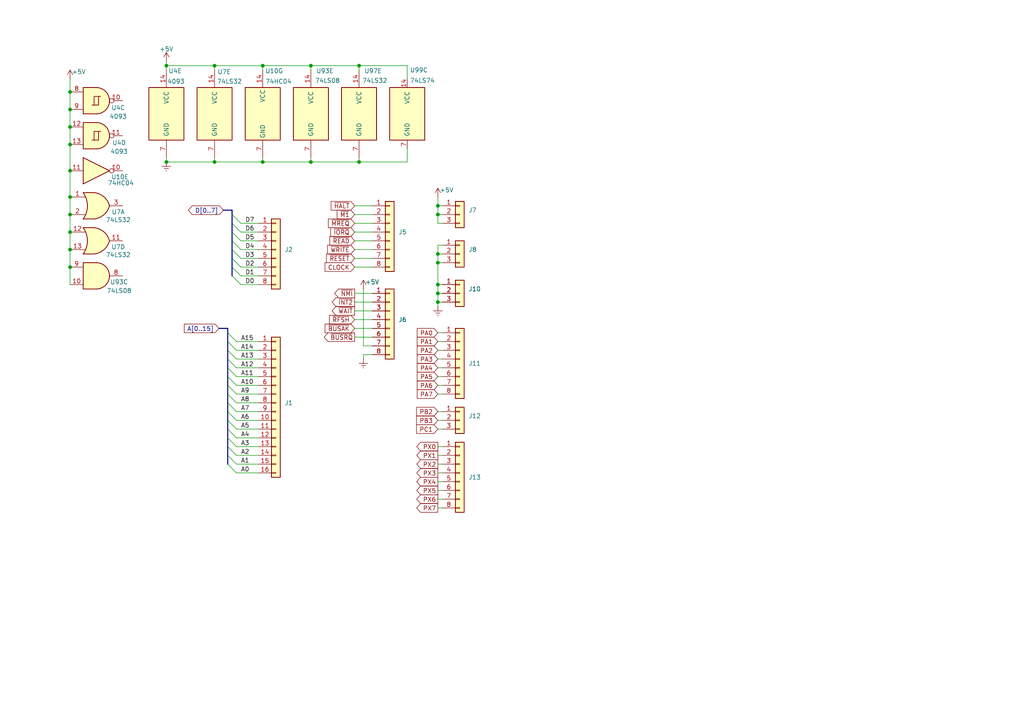
<source format=kicad_sch>
(kicad_sch (version 20250114) (generator "eeschema") (generator_version "9.0")
  (paper "A4")
  (title_block (title "Kraft 80 V2 by ARMCoder") (date "2025-10-08") (rev "2.2") (comment 1 "www.github.com/ARMCoderBR"))
  (lib_symbols
    (symbol "4xxx:HEF4093B" (pin_names (offset 1.016))
      (property "Reference" "U" (at 0 1.27 0))
      (property "Value" "HEF4093B" (at 0 -1.27 0))
      (symbol "HEF4093B_1_0"
        (polyline (pts (xy -1.27 -1.27) (xy 0.635 -1.27) (xy 0.635 1.27) (xy 1.27 1.27)))
        (polyline (pts (xy -1.27 -1.27) (xy 0.635 -1.27) (xy 0.635 1.27) (xy 1.27 1.27)))
        (polyline (pts (xy -0.635 -1.27) (xy -0.635 1.27) (xy 0.635 1.27)))
        (polyline (pts (xy -0.635 -1.27) (xy -0.635 1.27) (xy 0.635 1.27)))
      )
      (symbol "HEF4093B_1_1"
        (arc (start 0 3.81) (mid 3.7934 0) (end 0 -3.81) (stroke (width 0.254)) (fill (type background)))
        (polyline (pts (xy 0 3.81) (xy -3.81 3.81) (xy -3.81 -3.81) (xy 0 -3.81)) (stroke (width 0.254)) (fill (type background)))
        (pin input line (at -7.62 2.54 0) (length 3.81) (name "~") (number "1"))
        (pin input line (at -7.62 -2.54 0) (length 3.81) (name "~") (number "2"))
        (pin output inverted (at 7.62 0 180) (length 3.81) (name "~") (number "3"))
      )
      (symbol "HEF4093B_1_2"
        (arc (start -3.81 3.81) (mid -2.589 0) (end -3.81 -3.81) (stroke (width 0.254)))
        (polyline (pts (xy -3.81 3.81) (xy -0.635 3.81)) (stroke (width 0.254)) (fill (type background)))
        (polyline (pts (xy -3.81 -3.81) (xy -0.635 -3.81)) (stroke (width 0.254)) (fill (type background)))
        (arc (start 3.81 0) (mid 2.1855 -2.584) (end -0.6096 -3.81) (stroke (width 0.254)) (fill (type background)))
        (arc (start -0.6096 3.81) (mid 2.1928 2.5924) (end 3.81 0) (stroke (width 0.254)) (fill (type background)))
        (polyline (pts (xy -0.635 3.81) (xy -3.81 3.81) (xy -3.81 3.81) (xy -3.556 3.4036) (xy -3.0226 2.2606) (xy -2.6924 1.0414) (xy -2.6162 -0.254) (xy -2.7686 -1.4986) (xy -3.175 -2.7178) (xy -3.81 -3.81) (xy -3.81 -3.81) (xy -0.635 -3.81)) (stroke (width -25.4)) (fill (type background)))
        (pin input inverted (at -7.62 2.54 0) (length 4.318) (name "~") (number "1"))
        (pin input inverted (at -7.62 -2.54 0) (length 4.318) (name "~") (number "2"))
        (pin output line (at 7.62 0 180) (length 3.81) (name "~") (number "3"))
      )
      (symbol "HEF4093B_2_0"
        (polyline (pts (xy -1.27 -1.27) (xy 0.635 -1.27) (xy 0.635 1.27) (xy 1.27 1.27)))
        (polyline (pts (xy -1.27 -1.27) (xy 0.635 -1.27) (xy 0.635 1.27) (xy 1.27 1.27)))
        (polyline (pts (xy -0.635 -1.27) (xy -0.635 1.27) (xy 0.635 1.27)))
        (polyline (pts (xy -0.635 -1.27) (xy -0.635 1.27) (xy 0.635 1.27)))
      )
      (symbol "HEF4093B_2_1"
        (arc (start 0 3.81) (mid 3.7934 0) (end 0 -3.81) (stroke (width 0.254)) (fill (type background)))
        (polyline (pts (xy 0 3.81) (xy -3.81 3.81) (xy -3.81 -3.81) (xy 0 -3.81)) (stroke (width 0.254)) (fill (type background)))
        (pin input line (at -7.62 2.54 0) (length 3.81) (name "~") (number "5"))
        (pin input line (at -7.62 -2.54 0) (length 3.81) (name "~") (number "6"))
        (pin output inverted (at 7.62 0 180) (length 3.81) (name "~") (number "4"))
      )
      (symbol "HEF4093B_2_2"
        (arc (start -3.81 3.81) (mid -2.589 0) (end -3.81 -3.81) (stroke (width 0.254)))
        (polyline (pts (xy -3.81 3.81) (xy -0.635 3.81)) (stroke (width 0.254)) (fill (type background)))
        (polyline (pts (xy -3.81 -3.81) (xy -0.635 -3.81)) (stroke (width 0.254)) (fill (type background)))
        (arc (start 3.81 0) (mid 2.1855 -2.584) (end -0.6096 -3.81) (stroke (width 0.254)) (fill (type background)))
        (arc (start -0.6096 3.81) (mid 2.1928 2.5924) (end 3.81 0) (stroke (width 0.254)) (fill (type background)))
        (polyline (pts (xy -0.635 3.81) (xy -3.81 3.81) (xy -3.81 3.81) (xy -3.556 3.4036) (xy -3.0226 2.2606) (xy -2.6924 1.0414) (xy -2.6162 -0.254) (xy -2.7686 -1.4986) (xy -3.175 -2.7178) (xy -3.81 -3.81) (xy -3.81 -3.81) (xy -0.635 -3.81)) (stroke (width -25.4)) (fill (type background)))
        (pin input inverted (at -7.62 2.54 0) (length 4.318) (name "~") (number "5"))
        (pin input inverted (at -7.62 -2.54 0) (length 4.318) (name "~") (number "6"))
        (pin output line (at 7.62 0 180) (length 3.81) (name "~") (number "4"))
      )
      (symbol "HEF4093B_3_0"
        (polyline (pts (xy -1.27 -1.27) (xy 0.635 -1.27) (xy 0.635 1.27) (xy 1.27 1.27)))
        (polyline (pts (xy -1.27 -1.27) (xy 0.635 -1.27) (xy 0.635 1.27) (xy 1.27 1.27)))
        (polyline (pts (xy -0.635 -1.27) (xy -0.635 1.27) (xy 0.635 1.27)))
        (polyline (pts (xy -0.635 -1.27) (xy -0.635 1.27) (xy 0.635 1.27)))
      )
      (symbol "HEF4093B_3_1"
        (arc (start 0 3.81) (mid 3.7934 0) (end 0 -3.81) (stroke (width 0.254)) (fill (type background)))
        (polyline (pts (xy 0 3.81) (xy -3.81 3.81) (xy -3.81 -3.81) (xy 0 -3.81)) (stroke (width 0.254)) (fill (type background)))
        (pin input line (at -7.62 2.54 0) (length 3.81) (name "~") (number "8"))
        (pin input line (at -7.62 -2.54 0) (length 3.81) (name "~") (number "9"))
        (pin output inverted (at 7.62 0 180) (length 3.81) (name "~") (number "10"))
      )
      (symbol "HEF4093B_3_2"
        (arc (start -3.81 3.81) (mid -2.589 0) (end -3.81 -3.81) (stroke (width 0.254)))
        (polyline (pts (xy -3.81 3.81) (xy -0.635 3.81)) (stroke (width 0.254)) (fill (type background)))
        (polyline (pts (xy -3.81 -3.81) (xy -0.635 -3.81)) (stroke (width 0.254)) (fill (type background)))
        (arc (start 3.81 0) (mid 2.1855 -2.584) (end -0.6096 -3.81) (stroke (width 0.254)) (fill (type background)))
        (arc (start -0.6096 3.81) (mid 2.1928 2.5924) (end 3.81 0) (stroke (width 0.254)) (fill (type background)))
        (polyline (pts (xy -0.635 3.81) (xy -3.81 3.81) (xy -3.81 3.81) (xy -3.556 3.4036) (xy -3.0226 2.2606) (xy -2.6924 1.0414) (xy -2.6162 -0.254) (xy -2.7686 -1.4986) (xy -3.175 -2.7178) (xy -3.81 -3.81) (xy -3.81 -3.81) (xy -0.635 -3.81)) (stroke (width -25.4)) (fill (type background)))
        (pin input inverted (at -7.62 2.54 0) (length 4.318) (name "~") (number "8"))
        (pin input inverted (at -7.62 -2.54 0) (length 4.318) (name "~") (number "9"))
        (pin output line (at 7.62 0 180) (length 3.81) (name "~") (number "10"))
      )
      (symbol "HEF4093B_4_0"
        (polyline (pts (xy -1.27 -1.27) (xy 0.635 -1.27) (xy 0.635 1.27) (xy 1.27 1.27)))
        (polyline (pts (xy -1.27 -1.27) (xy 0.635 -1.27) (xy 0.635 1.27) (xy 1.27 1.27)))
        (polyline (pts (xy -0.635 -1.27) (xy -0.635 1.27) (xy 0.635 1.27)))
        (polyline (pts (xy -0.635 -1.27) (xy -0.635 1.27) (xy 0.635 1.27)))
      )
      (symbol "HEF4093B_4_1"
        (arc (start 0 3.81) (mid 3.7934 0) (end 0 -3.81) (stroke (width 0.254)) (fill (type background)))
        (polyline (pts (xy 0 3.81) (xy -3.81 3.81) (xy -3.81 -3.81) (xy 0 -3.81)) (stroke (width 0.254)) (fill (type background)))
        (pin input line (at -7.62 2.54 0) (length 3.81) (name "~") (number "12"))
        (pin input line (at -7.62 -2.54 0) (length 3.81) (name "~") (number "13"))
        (pin output inverted (at 7.62 0 180) (length 3.81) (name "~") (number "11"))
      )
      (symbol "HEF4093B_4_2"
        (arc (start -3.81 3.81) (mid -2.589 0) (end -3.81 -3.81) (stroke (width 0.254)))
        (polyline (pts (xy -3.81 3.81) (xy -0.635 3.81)) (stroke (width 0.254)) (fill (type background)))
        (polyline (pts (xy -3.81 -3.81) (xy -0.635 -3.81)) (stroke (width 0.254)) (fill (type background)))
        (arc (start 3.81 0) (mid 2.1855 -2.584) (end -0.6096 -3.81) (stroke (width 0.254)) (fill (type background)))
        (arc (start -0.6096 3.81) (mid 2.1928 2.5924) (end 3.81 0) (stroke (width 0.254)) (fill (type background)))
        (polyline (pts (xy -0.635 3.81) (xy -3.81 3.81) (xy -3.81 3.81) (xy -3.556 3.4036) (xy -3.0226 2.2606) (xy -2.6924 1.0414) (xy -2.6162 -0.254) (xy -2.7686 -1.4986) (xy -3.175 -2.7178) (xy -3.81 -3.81) (xy -3.81 -3.81) (xy -0.635 -3.81)) (stroke (width -25.4)) (fill (type background)))
        (pin input inverted (at -7.62 2.54 0) (length 4.318) (name "~") (number "12"))
        (pin input inverted (at -7.62 -2.54 0) (length 4.318) (name "~") (number "13"))
        (pin output line (at 7.62 0 180) (length 3.81) (name "~") (number "11"))
      )
      (symbol "HEF4093B_5_0"
        (pin power_in line (at 0 12.7 270) (length 5.08) (name "VCC") (number "14"))
        (pin power_in line (at 0 -12.7 90) (length 5.08) (name "GND") (number "7"))
      )
      (symbol "HEF4093B_5_1"
        (rectangle (start -5.08 7.62) (end 5.08 -7.62) (stroke (width 0.254)) (fill (type background)))
      )
    )
    (symbol "74xx:74HC04"
      (property "Reference" "U" (at 0 1.27 0))
      (property "Value" "74HC04" (at 0 -1.27 0))
      (symbol "74HC04_1_0"
        (polyline (pts (xy -3.81 3.81) (xy -3.81 -3.81) (xy 3.81 0) (xy -3.81 3.81)) (stroke (width 0.254)) (fill (type background)))
        (pin input line (at -7.62 0 0) (length 3.81) (name "~") (number "1"))
        (pin output inverted (at 7.62 0 180) (length 3.81) (name "~") (number "2"))
      )
      (symbol "74HC04_2_0"
        (polyline (pts (xy -3.81 3.81) (xy -3.81 -3.81) (xy 3.81 0) (xy -3.81 3.81)) (stroke (width 0.254)) (fill (type background)))
        (pin input line (at -7.62 0 0) (length 3.81) (name "~") (number "3"))
        (pin output inverted (at 7.62 0 180) (length 3.81) (name "~") (number "4"))
      )
      (symbol "74HC04_3_0"
        (polyline (pts (xy -3.81 3.81) (xy -3.81 -3.81) (xy 3.81 0) (xy -3.81 3.81)) (stroke (width 0.254)) (fill (type background)))
        (pin input line (at -7.62 0 0) (length 3.81) (name "~") (number "5"))
        (pin output inverted (at 7.62 0 180) (length 3.81) (name "~") (number "6"))
      )
      (symbol "74HC04_4_0"
        (polyline (pts (xy -3.81 3.81) (xy -3.81 -3.81) (xy 3.81 0) (xy -3.81 3.81)) (stroke (width 0.254)) (fill (type background)))
        (pin input line (at -7.62 0 0) (length 3.81) (name "~") (number "9"))
        (pin output inverted (at 7.62 0 180) (length 3.81) (name "~") (number "8"))
      )
      (symbol "74HC04_5_0"
        (polyline (pts (xy -3.81 3.81) (xy -3.81 -3.81) (xy 3.81 0) (xy -3.81 3.81)) (stroke (width 0.254)) (fill (type background)))
        (pin input line (at -7.62 0 0) (length 3.81) (name "~") (number "11"))
        (pin output inverted (at 7.62 0 180) (length 3.81) (name "~") (number "10"))
      )
      (symbol "74HC04_6_0"
        (polyline (pts (xy -3.81 3.81) (xy -3.81 -3.81) (xy 3.81 0) (xy -3.81 3.81)) (stroke (width 0.254)) (fill (type background)))
        (pin input line (at -7.62 0 0) (length 3.81) (name "~") (number "13"))
        (pin output inverted (at 7.62 0 180) (length 3.81) (name "~") (number "12"))
      )
      (symbol "74HC04_7_0"
        (pin power_in line (at 0 12.7 270) (length 5.08) (name "VCC") (number "14"))
        (pin power_in line (at 0 -12.7 90) (length 5.08) (name "GND") (number "7"))
      )
      (symbol "74HC04_7_1"
        (rectangle (start -5.08 7.62) (end 5.08 -7.62) (stroke (width 0.254)) (fill (type background)))
      )
    )
    (symbol "74xx:74LS08" (pin_names (offset 1.016))
      (property "Reference" "U" (at 0 1.27 0))
      (property "Value" "74LS08" (at 0 -1.27 0))
      (symbol "74LS08_1_1"
        (arc (start 0 3.81) (mid 3.7934 0) (end 0 -3.81) (stroke (width 0.254)) (fill (type background)))
        (polyline (pts (xy 0 3.81) (xy -3.81 3.81) (xy -3.81 -3.81) (xy 0 -3.81)) (stroke (width 0.254)) (fill (type background)))
        (pin input line (at -7.62 2.54 0) (length 3.81) (name "~") (number "1"))
        (pin input line (at -7.62 -2.54 0) (length 3.81) (name "~") (number "2"))
        (pin output line (at 7.62 0 180) (length 3.81) (name "~") (number "3"))
      )
      (symbol "74LS08_1_2"
        (arc (start -3.81 3.81) (mid -2.589 0) (end -3.81 -3.81) (stroke (width 0.254)))
        (polyline (pts (xy -3.81 3.81) (xy -0.635 3.81)) (stroke (width 0.254)) (fill (type background)))
        (polyline (pts (xy -3.81 -3.81) (xy -0.635 -3.81)) (stroke (width 0.254)) (fill (type background)))
        (arc (start 3.81 0) (mid 2.1855 -2.584) (end -0.6096 -3.81) (stroke (width 0.254)) (fill (type background)))
        (arc (start -0.6096 3.81) (mid 2.1928 2.5924) (end 3.81 0) (stroke (width 0.254)) (fill (type background)))
        (polyline (pts (xy -0.635 3.81) (xy -3.81 3.81) (xy -3.81 3.81) (xy -3.556 3.4036) (xy -3.0226 2.2606) (xy -2.6924 1.0414) (xy -2.6162 -0.254) (xy -2.7686 -1.4986) (xy -3.175 -2.7178) (xy -3.81 -3.81) (xy -3.81 -3.81) (xy -0.635 -3.81)) (stroke (width -25.4)) (fill (type background)))
        (pin input inverted (at -7.62 2.54 0) (length 4.318) (name "~") (number "1"))
        (pin input inverted (at -7.62 -2.54 0) (length 4.318) (name "~") (number "2"))
        (pin output inverted (at 7.62 0 180) (length 3.81) (name "~") (number "3"))
      )
      (symbol "74LS08_2_1"
        (arc (start 0 3.81) (mid 3.7934 0) (end 0 -3.81) (stroke (width 0.254)) (fill (type background)))
        (polyline (pts (xy 0 3.81) (xy -3.81 3.81) (xy -3.81 -3.81) (xy 0 -3.81)) (stroke (width 0.254)) (fill (type background)))
        (pin input line (at -7.62 2.54 0) (length 3.81) (name "~") (number "4"))
        (pin input line (at -7.62 -2.54 0) (length 3.81) (name "~") (number "5"))
        (pin output line (at 7.62 0 180) (length 3.81) (name "~") (number "6"))
      )
      (symbol "74LS08_2_2"
        (arc (start -3.81 3.81) (mid -2.589 0) (end -3.81 -3.81) (stroke (width 0.254)))
        (polyline (pts (xy -3.81 3.81) (xy -0.635 3.81)) (stroke (width 0.254)) (fill (type background)))
        (polyline (pts (xy -3.81 -3.81) (xy -0.635 -3.81)) (stroke (width 0.254)) (fill (type background)))
        (arc (start 3.81 0) (mid 2.1855 -2.584) (end -0.6096 -3.81) (stroke (width 0.254)) (fill (type background)))
        (arc (start -0.6096 3.81) (mid 2.1928 2.5924) (end 3.81 0) (stroke (width 0.254)) (fill (type background)))
        (polyline (pts (xy -0.635 3.81) (xy -3.81 3.81) (xy -3.81 3.81) (xy -3.556 3.4036) (xy -3.0226 2.2606) (xy -2.6924 1.0414) (xy -2.6162 -0.254) (xy -2.7686 -1.4986) (xy -3.175 -2.7178) (xy -3.81 -3.81) (xy -3.81 -3.81) (xy -0.635 -3.81)) (stroke (width -25.4)) (fill (type background)))
        (pin input inverted (at -7.62 2.54 0) (length 4.318) (name "~") (number "4"))
        (pin input inverted (at -7.62 -2.54 0) (length 4.318) (name "~") (number "5"))
        (pin output inverted (at 7.62 0 180) (length 3.81) (name "~") (number "6"))
      )
      (symbol "74LS08_3_1"
        (arc (start 0 3.81) (mid 3.7934 0) (end 0 -3.81) (stroke (width 0.254)) (fill (type background)))
        (polyline (pts (xy 0 3.81) (xy -3.81 3.81) (xy -3.81 -3.81) (xy 0 -3.81)) (stroke (width 0.254)) (fill (type background)))
        (pin input line (at -7.62 2.54 0) (length 3.81) (name "~") (number "9"))
        (pin input line (at -7.62 -2.54 0) (length 3.81) (name "~") (number "10"))
        (pin output line (at 7.62 0 180) (length 3.81) (name "~") (number "8"))
      )
      (symbol "74LS08_3_2"
        (arc (start -3.81 3.81) (mid -2.589 0) (end -3.81 -3.81) (stroke (width 0.254)))
        (polyline (pts (xy -3.81 3.81) (xy -0.635 3.81)) (stroke (width 0.254)) (fill (type background)))
        (polyline (pts (xy -3.81 -3.81) (xy -0.635 -3.81)) (stroke (width 0.254)) (fill (type background)))
        (arc (start 3.81 0) (mid 2.1855 -2.584) (end -0.6096 -3.81) (stroke (width 0.254)) (fill (type background)))
        (arc (start -0.6096 3.81) (mid 2.1928 2.5924) (end 3.81 0) (stroke (width 0.254)) (fill (type background)))
        (polyline (pts (xy -0.635 3.81) (xy -3.81 3.81) (xy -3.81 3.81) (xy -3.556 3.4036) (xy -3.0226 2.2606) (xy -2.6924 1.0414) (xy -2.6162 -0.254) (xy -2.7686 -1.4986) (xy -3.175 -2.7178) (xy -3.81 -3.81) (xy -3.81 -3.81) (xy -0.635 -3.81)) (stroke (width -25.4)) (fill (type background)))
        (pin input inverted (at -7.62 2.54 0) (length 4.318) (name "~") (number "9"))
        (pin input inverted (at -7.62 -2.54 0) (length 4.318) (name "~") (number "10"))
        (pin output inverted (at 7.62 0 180) (length 3.81) (name "~") (number "8"))
      )
      (symbol "74LS08_4_1"
        (arc (start 0 3.81) (mid 3.7934 0) (end 0 -3.81) (stroke (width 0.254)) (fill (type background)))
        (polyline (pts (xy 0 3.81) (xy -3.81 3.81) (xy -3.81 -3.81) (xy 0 -3.81)) (stroke (width 0.254)) (fill (type background)))
        (pin input line (at -7.62 2.54 0) (length 3.81) (name "~") (number "12"))
        (pin input line (at -7.62 -2.54 0) (length 3.81) (name "~") (number "13"))
        (pin output line (at 7.62 0 180) (length 3.81) (name "~") (number "11"))
      )
      (symbol "74LS08_4_2"
        (arc (start -3.81 3.81) (mid -2.589 0) (end -3.81 -3.81) (stroke (width 0.254)))
        (polyline (pts (xy -3.81 3.81) (xy -0.635 3.81)) (stroke (width 0.254)) (fill (type background)))
        (polyline (pts (xy -3.81 -3.81) (xy -0.635 -3.81)) (stroke (width 0.254)) (fill (type background)))
        (arc (start 3.81 0) (mid 2.1855 -2.584) (end -0.6096 -3.81) (stroke (width 0.254)) (fill (type background)))
        (arc (start -0.6096 3.81) (mid 2.1928 2.5924) (end 3.81 0) (stroke (width 0.254)) (fill (type background)))
        (polyline (pts (xy -0.635 3.81) (xy -3.81 3.81) (xy -3.81 3.81) (xy -3.556 3.4036) (xy -3.0226 2.2606) (xy -2.6924 1.0414) (xy -2.6162 -0.254) (xy -2.7686 -1.4986) (xy -3.175 -2.7178) (xy -3.81 -3.81) (xy -3.81 -3.81) (xy -0.635 -3.81)) (stroke (width -25.4)) (fill (type background)))
        (pin input inverted (at -7.62 2.54 0) (length 4.318) (name "~") (number "12"))
        (pin input inverted (at -7.62 -2.54 0) (length 4.318) (name "~") (number "13"))
        (pin output inverted (at 7.62 0 180) (length 3.81) (name "~") (number "11"))
      )
      (symbol "74LS08_5_0"
        (pin power_in line (at 0 12.7 270) (length 5.08) (name "VCC") (number "14"))
        (pin power_in line (at 0 -12.7 90) (length 5.08) (name "GND") (number "7"))
      )
      (symbol "74LS08_5_1"
        (rectangle (start -5.08 7.62) (end 5.08 -7.62) (stroke (width 0.254)) (fill (type background)))
      )
    )
    (symbol "74xx:74LS32" (pin_names (offset 1.016))
      (property "Reference" "U" (at 0 1.27 0))
      (property "Value" "74LS32" (at 0 -1.27 0))
      (symbol "74LS32_1_1"
        (arc (start -3.81 3.81) (mid -2.589 0) (end -3.81 -3.81) (stroke (width 0.254)))
        (polyline (pts (xy -3.81 3.81) (xy -0.635 3.81)) (stroke (width 0.254)) (fill (type background)))
        (polyline (pts (xy -3.81 -3.81) (xy -0.635 -3.81)) (stroke (width 0.254)) (fill (type background)))
        (arc (start 3.81 0) (mid 2.1855 -2.584) (end -0.6096 -3.81) (stroke (width 0.254)) (fill (type background)))
        (arc (start -0.6096 3.81) (mid 2.1928 2.5924) (end 3.81 0) (stroke (width 0.254)) (fill (type background)))
        (polyline (pts (xy -0.635 3.81) (xy -3.81 3.81) (xy -3.81 3.81) (xy -3.556 3.4036) (xy -3.0226 2.2606) (xy -2.6924 1.0414) (xy -2.6162 -0.254) (xy -2.7686 -1.4986) (xy -3.175 -2.7178) (xy -3.81 -3.81) (xy -3.81 -3.81) (xy -0.635 -3.81)) (stroke (width -25.4)) (fill (type background)))
        (pin input line (at -7.62 2.54 0) (length 4.318) (name "~") (number "1"))
        (pin input line (at -7.62 -2.54 0) (length 4.318) (name "~") (number "2"))
        (pin output line (at 7.62 0 180) (length 3.81) (name "~") (number "3"))
      )
      (symbol "74LS32_1_2"
        (arc (start 0 3.81) (mid 3.7934 0) (end 0 -3.81) (stroke (width 0.254)) (fill (type background)))
        (polyline (pts (xy 0 3.81) (xy -3.81 3.81) (xy -3.81 -3.81) (xy 0 -3.81)) (stroke (width 0.254)) (fill (type background)))
        (pin input inverted (at -7.62 2.54 0) (length 3.81) (name "~") (number "1"))
        (pin input inverted (at -7.62 -2.54 0) (length 3.81) (name "~") (number "2"))
        (pin output inverted (at 7.62 0 180) (length 3.81) (name "~") (number "3"))
      )
      (symbol "74LS32_2_1"
        (arc (start -3.81 3.81) (mid -2.589 0) (end -3.81 -3.81) (stroke (width 0.254)))
        (polyline (pts (xy -3.81 3.81) (xy -0.635 3.81)) (stroke (width 0.254)) (fill (type background)))
        (polyline (pts (xy -3.81 -3.81) (xy -0.635 -3.81)) (stroke (width 0.254)) (fill (type background)))
        (arc (start 3.81 0) (mid 2.1855 -2.584) (end -0.6096 -3.81) (stroke (width 0.254)) (fill (type background)))
        (arc (start -0.6096 3.81) (mid 2.1928 2.5924) (end 3.81 0) (stroke (width 0.254)) (fill (type background)))
        (polyline (pts (xy -0.635 3.81) (xy -3.81 3.81) (xy -3.81 3.81) (xy -3.556 3.4036) (xy -3.0226 2.2606) (xy -2.6924 1.0414) (xy -2.6162 -0.254) (xy -2.7686 -1.4986) (xy -3.175 -2.7178) (xy -3.81 -3.81) (xy -3.81 -3.81) (xy -0.635 -3.81)) (stroke (width -25.4)) (fill (type background)))
        (pin input line (at -7.62 2.54 0) (length 4.318) (name "~") (number "4"))
        (pin input line (at -7.62 -2.54 0) (length 4.318) (name "~") (number "5"))
        (pin output line (at 7.62 0 180) (length 3.81) (name "~") (number "6"))
      )
      (symbol "74LS32_2_2"
        (arc (start 0 3.81) (mid 3.7934 0) (end 0 -3.81) (stroke (width 0.254)) (fill (type background)))
        (polyline (pts (xy 0 3.81) (xy -3.81 3.81) (xy -3.81 -3.81) (xy 0 -3.81)) (stroke (width 0.254)) (fill (type background)))
        (pin input inverted (at -7.62 2.54 0) (length 3.81) (name "~") (number "4"))
        (pin input inverted (at -7.62 -2.54 0) (length 3.81) (name "~") (number "5"))
        (pin output inverted (at 7.62 0 180) (length 3.81) (name "~") (number "6"))
      )
      (symbol "74LS32_3_1"
        (arc (start -3.81 3.81) (mid -2.589 0) (end -3.81 -3.81) (stroke (width 0.254)))
        (polyline (pts (xy -3.81 3.81) (xy -0.635 3.81)) (stroke (width 0.254)) (fill (type background)))
        (polyline (pts (xy -3.81 -3.81) (xy -0.635 -3.81)) (stroke (width 0.254)) (fill (type background)))
        (arc (start 3.81 0) (mid 2.1855 -2.584) (end -0.6096 -3.81) (stroke (width 0.254)) (fill (type background)))
        (arc (start -0.6096 3.81) (mid 2.1928 2.5924) (end 3.81 0) (stroke (width 0.254)) (fill (type background)))
        (polyline (pts (xy -0.635 3.81) (xy -3.81 3.81) (xy -3.81 3.81) (xy -3.556 3.4036) (xy -3.0226 2.2606) (xy -2.6924 1.0414) (xy -2.6162 -0.254) (xy -2.7686 -1.4986) (xy -3.175 -2.7178) (xy -3.81 -3.81) (xy -3.81 -3.81) (xy -0.635 -3.81)) (stroke (width -25.4)) (fill (type background)))
        (pin input line (at -7.62 2.54 0) (length 4.318) (name "~") (number "9"))
        (pin input line (at -7.62 -2.54 0) (length 4.318) (name "~") (number "10"))
        (pin output line (at 7.62 0 180) (length 3.81) (name "~") (number "8"))
      )
      (symbol "74LS32_3_2"
        (arc (start 0 3.81) (mid 3.7934 0) (end 0 -3.81) (stroke (width 0.254)) (fill (type background)))
        (polyline (pts (xy 0 3.81) (xy -3.81 3.81) (xy -3.81 -3.81) (xy 0 -3.81)) (stroke (width 0.254)) (fill (type background)))
        (pin input inverted (at -7.62 2.54 0) (length 3.81) (name "~") (number "9"))
        (pin input inverted (at -7.62 -2.54 0) (length 3.81) (name "~") (number "10"))
        (pin output inverted (at 7.62 0 180) (length 3.81) (name "~") (number "8"))
      )
      (symbol "74LS32_4_1"
        (arc (start -3.81 3.81) (mid -2.589 0) (end -3.81 -3.81) (stroke (width 0.254)))
        (polyline (pts (xy -3.81 3.81) (xy -0.635 3.81)) (stroke (width 0.254)) (fill (type background)))
        (polyline (pts (xy -3.81 -3.81) (xy -0.635 -3.81)) (stroke (width 0.254)) (fill (type background)))
        (arc (start 3.81 0) (mid 2.1855 -2.584) (end -0.6096 -3.81) (stroke (width 0.254)) (fill (type background)))
        (arc (start -0.6096 3.81) (mid 2.1928 2.5924) (end 3.81 0) (stroke (width 0.254)) (fill (type background)))
        (polyline (pts (xy -0.635 3.81) (xy -3.81 3.81) (xy -3.81 3.81) (xy -3.556 3.4036) (xy -3.0226 2.2606) (xy -2.6924 1.0414) (xy -2.6162 -0.254) (xy -2.7686 -1.4986) (xy -3.175 -2.7178) (xy -3.81 -3.81) (xy -3.81 -3.81) (xy -0.635 -3.81)) (stroke (width -25.4)) (fill (type background)))
        (pin input line (at -7.62 2.54 0) (length 4.318) (name "~") (number "12"))
        (pin input line (at -7.62 -2.54 0) (length 4.318) (name "~") (number "13"))
        (pin output line (at 7.62 0 180) (length 3.81) (name "~") (number "11"))
      )
      (symbol "74LS32_4_2"
        (arc (start 0 3.81) (mid 3.7934 0) (end 0 -3.81) (stroke (width 0.254)) (fill (type background)))
        (polyline (pts (xy 0 3.81) (xy -3.81 3.81) (xy -3.81 -3.81) (xy 0 -3.81)) (stroke (width 0.254)) (fill (type background)))
        (pin input inverted (at -7.62 2.54 0) (length 3.81) (name "~") (number "12"))
        (pin input inverted (at -7.62 -2.54 0) (length 3.81) (name "~") (number "13"))
        (pin output inverted (at 7.62 0 180) (length 3.81) (name "~") (number "11"))
      )
      (symbol "74LS32_5_0"
        (pin power_in line (at 0 12.7 270) (length 5.08) (name "VCC") (number "14"))
        (pin power_in line (at 0 -12.7 90) (length 5.08) (name "GND") (number "7"))
      )
      (symbol "74LS32_5_1"
        (rectangle (start -5.08 7.62) (end 5.08 -7.62) (stroke (width 0.254)) (fill (type background)))
      )
    )
    (symbol "74xx:74LS74" (pin_names (offset 1.016))
      (property "Reference" "U" (at -7.62 8.89 0))
      (property "Value" "74LS74" (at -7.62 -8.89 0))
      (symbol "74LS74_1_0"
        (pin input line (at -7.62 2.54 0) (length 2.54) (name "D") (number "2"))
        (pin input clock (at -7.62 0 0) (length 2.54) (name "C") (number "3"))
        (pin input line (at 0 7.62 270) (length 2.54) (name "~{S}") (number "4"))
        (pin input line (at 0 -7.62 90) (length 2.54) (name "~{R}") (number "1"))
        (pin output line (at 7.62 2.54 180) (length 2.54) (name "Q") (number "5"))
        (pin output line (at 7.62 -2.54 180) (length 2.54) (name "~{Q}") (number "6"))
      )
      (symbol "74LS74_1_1"
        (rectangle (start -5.08 5.08) (end 5.08 -5.08) (stroke (width 0.254)) (fill (type background)))
      )
      (symbol "74LS74_2_0"
        (pin input line (at -7.62 2.54 0) (length 2.54) (name "D") (number "12"))
        (pin input clock (at -7.62 0 0) (length 2.54) (name "C") (number "11"))
        (pin input line (at 0 7.62 270) (length 2.54) (name "~{S}") (number "10"))
        (pin input line (at 0 -7.62 90) (length 2.54) (name "~{R}") (number "13"))
        (pin output line (at 7.62 2.54 180) (length 2.54) (name "Q") (number "9"))
        (pin output line (at 7.62 -2.54 180) (length 2.54) (name "~{Q}") (number "8"))
      )
      (symbol "74LS74_2_1"
        (rectangle (start -5.08 5.08) (end 5.08 -5.08) (stroke (width 0.254)) (fill (type background)))
      )
      (symbol "74LS74_3_0"
        (pin power_in line (at 0 10.16 270) (length 2.54) (name "VCC") (number "14"))
        (pin power_in line (at 0 -10.16 90) (length 2.54) (name "GND") (number "7"))
      )
      (symbol "74LS74_3_1"
        (rectangle (start -5.08 7.62) (end 5.08 -7.62) (stroke (width 0.254)) (fill (type background)))
      )
    )
    (symbol "Connector_Generic:Conn_01x03" (pin_names (offset 1.016) (hide yes))
      (property "Reference" "J" (at 0 5.08 0))
      (property "Value" "Conn_01x03" (at 0 -5.08 0))
      (symbol "Conn_01x03_1_1"
        (rectangle (start -1.27 3.81) (end 1.27 -3.81) (stroke (width 0.254)) (fill (type background)))
        (rectangle (start -1.27 2.667) (end 0 2.413) (stroke (width 0.1524)))
        (rectangle (start -1.27 0.127) (end 0 -0.127) (stroke (width 0.1524)))
        (rectangle (start -1.27 -2.413) (end 0 -2.667) (stroke (width 0.1524)))
        (pin passive line (at -5.08 2.54 0) (length 3.81) (name "Pin_1") (number "1"))
        (pin passive line (at -5.08 0 0) (length 3.81) (name "Pin_2") (number "2"))
        (pin passive line (at -5.08 -2.54 0) (length 3.81) (name "Pin_3") (number "3"))
      )
    )
    (symbol "Connector_Generic:Conn_01x08" (pin_names (offset 1.016) (hide yes))
      (property "Reference" "J" (at 0 10.16 0))
      (property "Value" "Conn_01x08" (at 0 -12.7 0))
      (symbol "Conn_01x08_1_1"
        (rectangle (start -1.27 8.89) (end 1.27 -11.43) (stroke (width 0.254)) (fill (type background)))
        (rectangle (start -1.27 7.747) (end 0 7.493) (stroke (width 0.1524)))
        (rectangle (start -1.27 5.207) (end 0 4.953) (stroke (width 0.1524)))
        (rectangle (start -1.27 2.667) (end 0 2.413) (stroke (width 0.1524)))
        (rectangle (start -1.27 0.127) (end 0 -0.127) (stroke (width 0.1524)))
        (rectangle (start -1.27 -2.413) (end 0 -2.667) (stroke (width 0.1524)))
        (rectangle (start -1.27 -4.953) (end 0 -5.207) (stroke (width 0.1524)))
        (rectangle (start -1.27 -7.493) (end 0 -7.747) (stroke (width 0.1524)))
        (rectangle (start -1.27 -10.033) (end 0 -10.287) (stroke (width 0.1524)))
        (pin passive line (at -5.08 7.62 0) (length 3.81) (name "Pin_1") (number "1"))
        (pin passive line (at -5.08 5.08 0) (length 3.81) (name "Pin_2") (number "2"))
        (pin passive line (at -5.08 2.54 0) (length 3.81) (name "Pin_3") (number "3"))
        (pin passive line (at -5.08 0 0) (length 3.81) (name "Pin_4") (number "4"))
        (pin passive line (at -5.08 -2.54 0) (length 3.81) (name "Pin_5") (number "5"))
        (pin passive line (at -5.08 -5.08 0) (length 3.81) (name "Pin_6") (number "6"))
        (pin passive line (at -5.08 -7.62 0) (length 3.81) (name "Pin_7") (number "7"))
        (pin passive line (at -5.08 -10.16 0) (length 3.81) (name "Pin_8") (number "8"))
      )
    )
    (symbol "Connector_Generic:Conn_01x16" (pin_names (offset 1.016) (hide yes))
      (property "Reference" "J" (at 0 20.32 0))
      (property "Value" "Conn_01x16" (at 0 -22.86 0))
      (symbol "Conn_01x16_1_1"
        (rectangle (start -1.27 19.05) (end 1.27 -21.59) (stroke (width 0.254)) (fill (type background)))
        (rectangle (start -1.27 17.907) (end 0 17.653) (stroke (width 0.1524)))
        (rectangle (start -1.27 15.367) (end 0 15.113) (stroke (width 0.1524)))
        (rectangle (start -1.27 12.827) (end 0 12.573) (stroke (width 0.1524)))
        (rectangle (start -1.27 10.287) (end 0 10.033) (stroke (width 0.1524)))
        (rectangle (start -1.27 7.747) (end 0 7.493) (stroke (width 0.1524)))
        (rectangle (start -1.27 5.207) (end 0 4.953) (stroke (width 0.1524)))
        (rectangle (start -1.27 2.667) (end 0 2.413) (stroke (width 0.1524)))
        (rectangle (start -1.27 0.127) (end 0 -0.127) (stroke (width 0.1524)))
        (rectangle (start -1.27 -2.413) (end 0 -2.667) (stroke (width 0.1524)))
        (rectangle (start -1.27 -4.953) (end 0 -5.207) (stroke (width 0.1524)))
        (rectangle (start -1.27 -7.493) (end 0 -7.747) (stroke (width 0.1524)))
        (rectangle (start -1.27 -10.033) (end 0 -10.287) (stroke (width 0.1524)))
        (rectangle (start -1.27 -12.573) (end 0 -12.827) (stroke (width 0.1524)))
        (rectangle (start -1.27 -15.113) (end 0 -15.367) (stroke (width 0.1524)))
        (rectangle (start -1.27 -17.653) (end 0 -17.907) (stroke (width 0.1524)))
        (rectangle (start -1.27 -20.193) (end 0 -20.447) (stroke (width 0.1524)))
        (pin passive line (at -5.08 17.78 0) (length 3.81) (name "Pin_1") (number "1"))
        (pin passive line (at -5.08 15.24 0) (length 3.81) (name "Pin_2") (number "2"))
        (pin passive line (at -5.08 12.7 0) (length 3.81) (name "Pin_3") (number "3"))
        (pin passive line (at -5.08 10.16 0) (length 3.81) (name "Pin_4") (number "4"))
        (pin passive line (at -5.08 7.62 0) (length 3.81) (name "Pin_5") (number "5"))
        (pin passive line (at -5.08 5.08 0) (length 3.81) (name "Pin_6") (number "6"))
        (pin passive line (at -5.08 2.54 0) (length 3.81) (name "Pin_7") (number "7"))
        (pin passive line (at -5.08 0 0) (length 3.81) (name "Pin_8") (number "8"))
        (pin passive line (at -5.08 -2.54 0) (length 3.81) (name "Pin_9") (number "9"))
        (pin passive line (at -5.08 -5.08 0) (length 3.81) (name "Pin_10") (number "10"))
        (pin passive line (at -5.08 -7.62 0) (length 3.81) (name "Pin_11") (number "11"))
        (pin passive line (at -5.08 -10.16 0) (length 3.81) (name "Pin_12") (number "12"))
        (pin passive line (at -5.08 -12.7 0) (length 3.81) (name "Pin_13") (number "13"))
        (pin passive line (at -5.08 -15.24 0) (length 3.81) (name "Pin_14") (number "14"))
        (pin passive line (at -5.08 -17.78 0) (length 3.81) (name "Pin_15") (number "15"))
        (pin passive line (at -5.08 -20.32 0) (length 3.81) (name "Pin_16") (number "16"))
      )
    )
    (symbol "power:+5V" (power) (pin_numbers (hide yes)) (pin_names (offset 0) (hide yes))
      (property "Value" "+5V" (at 0 3.556 0))
      (symbol "+5V_0_1"
        (polyline (pts (xy -0.762 1.27) (xy 0 2.54)))
        (polyline (pts (xy 0 2.54) (xy 0.762 1.27)))
        (polyline (pts (xy 0 0) (xy 0 2.54)))
      )
      (symbol "+5V_1_1"
        (pin power_in line (at 0 0 90) (length 0) (name "~") (number "1"))
      )
    )
    (symbol "power:GNDREF" (power) (pin_numbers (hide yes)) (pin_names (offset 0) (hide yes))
      (property "Value" "GNDREF" (at 0 -3.81 0))
      (symbol "GNDREF_0_1"
        (polyline (pts (xy -0.635 -1.905) (xy 0.635 -1.905)))
        (polyline (pts (xy -0.127 -2.54) (xy 0.127 -2.54)))
        (polyline (pts (xy 0 -1.27) (xy 0 0)))
        (polyline (pts (xy 1.27 -1.27) (xy -1.27 -1.27)))
      )
      (symbol "GNDREF_1_1"
        (pin power_in line (at 0 0 270) (length 0) (name "~") (number "1"))
      )
    )
  )
  (junction (at 104.14 19.05))
  (junction (at 20.32 26.67))
  (junction (at 20.32 41.91))
  (junction (at 20.32 62.23))
  (junction (at 62.23 19.05))
  (junction (at 62.23 46.99))
  (junction (at 90.17 46.99))
  (junction (at 76.2 46.99))
  (junction (at 48.26 19.05))
  (junction (at 20.32 57.15))
  (junction (at 20.32 49.53))
  (junction (at 20.32 77.47))
  (junction (at 127 85.09))
  (junction (at 104.14 46.99))
  (junction (at 90.17 19.05))
  (junction (at 20.32 36.83))
  (junction (at 127 87.63))
  (junction (at 20.32 31.75))
  (junction (at 20.32 67.31))
  (junction (at 76.2 19.05))
  (junction (at 48.26 46.99))
  (junction (at 127 76.2))
  (junction (at 127 59.69))
  (junction (at 127 62.23))
  (junction (at 20.32 72.39))
  (junction (at 127 82.55))
  (junction (at 127 73.66))
  (bus_entry (at 66.04 104.14) (size 2.54 2.54))
  (bus_entry (at 66.04 114.3) (size 2.54 2.54))
  (bus_entry (at 66.04 127) (size 2.54 2.54))
  (bus_entry (at 66.04 101.6) (size 2.54 2.54))
  (bus_entry (at 69.85 67.31) (size -2.54 -2.54))
  (bus_entry (at 66.04 119.38) (size 2.54 2.54))
  (bus_entry (at 69.85 77.47) (size -2.54 -2.54))
  (bus_entry (at 66.04 96.52) (size 2.54 2.54))
  (bus_entry (at 66.04 116.84) (size 2.54 2.54))
  (bus_entry (at 69.85 82.55) (size -2.54 -2.54))
  (bus_entry (at 66.04 132.08) (size 2.54 2.54))
  (bus_entry (at 66.04 124.46) (size 2.54 2.54))
  (bus_entry (at 69.85 69.85) (size -2.54 -2.54))
  (bus_entry (at 69.85 72.39) (size -2.54 -2.54))
  (bus_entry (at 69.85 64.77) (size -2.54 -2.54))
  (bus_entry (at 66.04 134.62) (size 2.54 2.54))
  (bus_entry (at 66.04 109.22) (size 2.54 2.54))
  (bus_entry (at 69.85 80.01) (size -2.54 -2.54))
  (bus_entry (at 66.04 129.54) (size 2.54 2.54))
  (bus_entry (at 66.04 106.68) (size 2.54 2.54))
  (bus_entry (at 66.04 111.76) (size 2.54 2.54))
  (bus_entry (at 69.85 74.93) (size -2.54 -2.54))
  (bus_entry (at 66.04 99.06) (size 2.54 2.54))
  (bus_entry (at 66.04 121.92) (size 2.54 2.54))
  (wire (pts (xy 127 106.68) (xy 128.27 106.68)))
  (wire (pts (xy 76.2 45.72) (xy 76.2 46.99)))
  (wire (pts (xy 68.58 119.38) (xy 74.93 119.38)))
  (wire (pts (xy 102.87 87.63) (xy 107.95 87.63)))
  (wire (pts (xy 102.87 59.69) (xy 107.95 59.69)))
  (wire (pts (xy 127 124.46) (xy 128.27 124.46)))
  (wire (pts (xy 69.85 77.47) (xy 74.93 77.47)))
  (wire (pts (xy 68.58 104.14) (xy 74.93 104.14)))
  (wire (pts (xy 127 144.78) (xy 128.27 144.78)))
  (wire (pts (xy 127 99.06) (xy 128.27 99.06)))
  (wire (pts (xy 20.32 36.83) (xy 20.32 41.91)))
  (wire (pts (xy 127 104.14) (xy 128.27 104.14)))
  (bus (pts (xy 67.31 67.31) (xy 67.31 64.77)))
  (wire (pts (xy 90.17 46.99) (xy 90.17 45.72)))
  (wire (pts (xy 128.27 64.77) (xy 127 64.77)))
  (wire (pts (xy 127 87.63) (xy 128.27 87.63)))
  (wire (pts (xy 48.26 45.72) (xy 48.26 46.99)))
  (wire (pts (xy 127 121.92) (xy 128.27 121.92)))
  (wire (pts (xy 69.85 82.55) (xy 74.93 82.55)))
  (bus (pts (xy 67.31 74.93) (xy 67.31 72.39)))
  (wire (pts (xy 20.32 49.53) (xy 20.32 57.15)))
  (wire (pts (xy 127 59.69) (xy 128.27 59.69)))
  (wire (pts (xy 127 132.08) (xy 128.27 132.08)))
  (bus (pts (xy 66.04 106.68) (xy 66.04 104.14)))
  (wire (pts (xy 102.87 92.71) (xy 107.95 92.71)))
  (wire (pts (xy 128.27 71.12) (xy 127 71.12)))
  (wire (pts (xy 20.32 67.31) (xy 20.32 72.39)))
  (bus (pts (xy 66.04 127) (xy 66.04 124.46)))
  (wire (pts (xy 76.2 19.05) (xy 76.2 20.32)))
  (wire (pts (xy 102.87 74.93) (xy 107.95 74.93)))
  (wire (pts (xy 20.32 77.47) (xy 20.32 82.55)))
  (wire (pts (xy 104.14 46.99) (xy 104.14 45.72)))
  (wire (pts (xy 107.95 102.87) (xy 105.41 102.87)))
  (wire (pts (xy 62.23 19.05) (xy 76.2 19.05)))
  (wire (pts (xy 127 109.22) (xy 128.27 109.22)))
  (bus (pts (xy 66.04 101.6) (xy 66.04 99.06)))
  (wire (pts (xy 127 71.12) (xy 127 73.66)))
  (wire (pts (xy 20.32 72.39) (xy 20.32 77.47)))
  (bus (pts (xy 66.04 129.54) (xy 66.04 127)))
  (wire (pts (xy 68.58 132.08) (xy 74.93 132.08)))
  (wire (pts (xy 20.32 41.91) (xy 20.32 49.53)))
  (wire (pts (xy 127 139.7) (xy 128.27 139.7)))
  (bus (pts (xy 66.04 114.3) (xy 66.04 111.76)))
  (wire (pts (xy 20.32 22.86) (xy 20.32 26.67)))
  (wire (pts (xy 90.17 19.05) (xy 104.14 19.05)))
  (wire (pts (xy 127 57.15) (xy 127 59.69)))
  (wire (pts (xy 102.87 77.47) (xy 107.95 77.47)))
  (wire (pts (xy 127 59.69) (xy 127 62.23)))
  (bus (pts (xy 66.04 121.92) (xy 66.04 119.38)))
  (bus (pts (xy 66.04 134.62) (xy 66.04 132.08)))
  (wire (pts (xy 102.87 90.17) (xy 107.95 90.17)))
  (wire (pts (xy 102.87 69.85) (xy 107.95 69.85)))
  (bus (pts (xy 67.31 62.23) (xy 67.31 60.96)))
  (bus (pts (xy 66.04 96.52) (xy 66.04 95.25)))
  (wire (pts (xy 127 147.32) (xy 128.27 147.32)))
  (wire (pts (xy 102.87 85.09) (xy 107.95 85.09)))
  (wire (pts (xy 127 119.38) (xy 128.27 119.38)))
  (wire (pts (xy 68.58 137.16) (xy 74.93 137.16)))
  (bus (pts (xy 67.31 69.85) (xy 67.31 67.31)))
  (bus (pts (xy 66.04 99.06) (xy 66.04 96.52)))
  (wire (pts (xy 62.23 46.99) (xy 76.2 46.99)))
  (wire (pts (xy 68.58 127) (xy 74.93 127)))
  (wire (pts (xy 127 134.62) (xy 128.27 134.62)))
  (bus (pts (xy 67.31 64.77) (xy 67.31 62.23)))
  (wire (pts (xy 20.32 26.67) (xy 20.32 31.75)))
  (wire (pts (xy 90.17 46.99) (xy 104.14 46.99)))
  (bus (pts (xy 66.04 104.14) (xy 66.04 101.6)))
  (wire (pts (xy 127 87.63) (xy 127 88.9)))
  (wire (pts (xy 102.87 95.25) (xy 107.95 95.25)))
  (wire (pts (xy 68.58 124.46) (xy 74.93 124.46)))
  (wire (pts (xy 127 82.55) (xy 127 85.09)))
  (wire (pts (xy 48.26 46.99) (xy 62.23 46.99)))
  (wire (pts (xy 102.87 97.79) (xy 107.95 97.79)))
  (wire (pts (xy 20.32 57.15) (xy 20.32 62.23)))
  (bus (pts (xy 63.5 95.25) (xy 66.04 95.25)))
  (wire (pts (xy 62.23 19.05) (xy 62.23 20.32)))
  (wire (pts (xy 105.41 83.82) (xy 105.41 100.33)))
  (wire (pts (xy 20.32 62.23) (xy 20.32 67.31)))
  (wire (pts (xy 127 82.55) (xy 128.27 82.55)))
  (wire (pts (xy 69.85 67.31) (xy 74.93 67.31)))
  (wire (pts (xy 76.2 46.99) (xy 90.17 46.99)))
  (wire (pts (xy 107.95 100.33) (xy 105.41 100.33)))
  (wire (pts (xy 69.85 64.77) (xy 74.93 64.77)))
  (wire (pts (xy 68.58 109.22) (xy 74.93 109.22)))
  (bus (pts (xy 67.31 77.47) (xy 67.31 74.93)))
  (wire (pts (xy 127 101.6) (xy 128.27 101.6)))
  (wire (pts (xy 69.85 69.85) (xy 74.93 69.85)))
  (wire (pts (xy 127 62.23) (xy 128.27 62.23)))
  (wire (pts (xy 68.58 121.92) (xy 74.93 121.92)))
  (wire (pts (xy 127 73.66) (xy 127 76.2)))
  (wire (pts (xy 69.85 74.93) (xy 74.93 74.93)))
  (wire (pts (xy 127 76.2) (xy 127 82.55)))
  (wire (pts (xy 105.41 102.87) (xy 105.41 104.14)))
  (wire (pts (xy 69.85 72.39) (xy 74.93 72.39)))
  (wire (pts (xy 104.14 19.05) (xy 104.14 20.32)))
  (wire (pts (xy 48.26 19.05) (xy 62.23 19.05)))
  (wire (pts (xy 127 129.54) (xy 128.27 129.54)))
  (wire (pts (xy 68.58 116.84) (xy 74.93 116.84)))
  (wire (pts (xy 118.11 46.99) (xy 118.11 43.18)))
  (wire (pts (xy 90.17 19.05) (xy 90.17 20.32)))
  (bus (pts (xy 66.04 116.84) (xy 66.04 114.3)))
  (wire (pts (xy 127 142.24) (xy 128.27 142.24)))
  (wire (pts (xy 68.58 99.06) (xy 74.93 99.06)))
  (bus (pts (xy 67.31 72.39) (xy 67.31 69.85)))
  (bus (pts (xy 64.77 60.96) (xy 67.31 60.96)))
  (wire (pts (xy 104.14 46.99) (xy 118.11 46.99)))
  (wire (pts (xy 127 73.66) (xy 128.27 73.66)))
  (bus (pts (xy 66.04 124.46) (xy 66.04 121.92)))
  (wire (pts (xy 20.32 31.75) (xy 20.32 36.83)))
  (wire (pts (xy 62.23 45.72) (xy 62.23 46.99)))
  (wire (pts (xy 127 62.23) (xy 127 64.77)))
  (wire (pts (xy 127 114.3) (xy 128.27 114.3)))
  (wire (pts (xy 102.87 67.31) (xy 107.95 67.31)))
  (bus (pts (xy 66.04 119.38) (xy 66.04 116.84)))
  (wire (pts (xy 127 85.09) (xy 127 87.63)))
  (wire (pts (xy 68.58 114.3) (xy 74.93 114.3)))
  (wire (pts (xy 68.58 129.54) (xy 74.93 129.54)))
  (wire (pts (xy 127 137.16) (xy 128.27 137.16)))
  (bus (pts (xy 67.31 80.01) (xy 67.31 77.47)))
  (wire (pts (xy 102.87 72.39) (xy 107.95 72.39)))
  (wire (pts (xy 48.26 19.05) (xy 48.26 20.32)))
  (wire (pts (xy 68.58 111.76) (xy 74.93 111.76)))
  (bus (pts (xy 66.04 109.22) (xy 66.04 106.68)))
  (wire (pts (xy 68.58 106.68) (xy 74.93 106.68)))
  (wire (pts (xy 127 85.09) (xy 128.27 85.09)))
  (wire (pts (xy 102.87 62.23) (xy 107.95 62.23)))
  (bus (pts (xy 66.04 111.76) (xy 66.04 109.22)))
  (wire (pts (xy 127 111.76) (xy 128.27 111.76)))
  (wire (pts (xy 68.58 101.6) (xy 74.93 101.6)))
  (wire (pts (xy 76.2 19.05) (xy 90.17 19.05)))
  (wire (pts (xy 127 76.2) (xy 128.27 76.2)))
  (wire (pts (xy 48.26 17.78) (xy 48.26 19.05)))
  (bus (pts (xy 66.04 132.08) (xy 66.04 129.54)))
  (wire (pts (xy 69.85 80.01) (xy 74.93 80.01)))
  (wire (pts (xy 68.58 134.62) (xy 74.93 134.62)))
  (wire (pts (xy 104.14 19.05) (xy 118.11 19.05)))
  (wire (pts (xy 127 96.52) (xy 128.27 96.52)))
  (wire (pts (xy 102.87 64.77) (xy 107.95 64.77)))
  (wire (pts (xy 118.11 19.05) (xy 118.11 22.86)))
  (label "A14" (at 69.85 101.6 0))
  (label "D7" (at 71.12 64.77 0))
  (label "A7" (at 69.85 119.38 0))
  (label "A6" (at 69.85 121.92 0))
  (label "D0" (at 71.12 82.55 0))
  (label "D2" (at 71.12 77.47 0))
  (label "D4" (at 71.12 72.39 0))
  (label "A1" (at 69.85 134.62 0))
  (label "D3" (at 71.12 74.93 0))
  (label "A3" (at 69.85 129.54 0))
  (label "A11" (at 69.85 109.22 0))
  (label "A10" (at 69.85 111.76 0))
  (label "A5" (at 69.85 124.46 0))
  (label "D1" (at 71.12 80.01 0))
  (label "A4" (at 69.85 127 0))
  (label "A2" (at 69.85 132.08 0))
  (label "D6" (at 71.12 67.31 0))
  (label "D5" (at 71.12 69.85 0))
  (label "A8" (at 69.85 116.84 0))
  (label "A13" (at 69.85 104.14 0))
  (label "A12" (at 69.85 106.68 0))
  (label "A0" (at 69.85 137.16 0))
  (label "A15" (at 69.85 99.06 0))
  (label "A9" (at 69.85 114.3 0))
  (global_label "PX7" (shape output) (at 127 147.32 180) (property "Intersheetrefs" "${INTERSHEET_REFS}" (effects (hide yes))))
  (global_label "PA6" (shape input) (at 127 111.76 180) (property "Intersheetrefs" "${INTERSHEET_REFS}" (effects (hide yes))))
  (global_label "~{RFSH}" (shape input) (at 102.87 92.71 180) (property "Intersheetrefs" "${INTERSHEET_REFS}" (effects (hide yes))))
  (global_label "~{BUSAK}" (shape input) (at 102.87 95.25 180) (property "Intersheetrefs" "${INTERSHEET_REFS}" (effects (hide yes))))
  (global_label "~{INT2}" (shape output) (at 102.87 87.63 180) (property "Intersheetrefs" "${INTERSHEET_REFS}" (effects (hide yes))))
  (global_label "PX4" (shape output) (at 127 139.7 180) (property "Intersheetrefs" "${INTERSHEET_REFS}" (effects (hide yes))))
  (global_label "A[0..15]" (shape input) (at 63.5 95.25 180) (property "Intersheetrefs" "${INTERSHEET_REFS}" (effects (hide yes))))
  (global_label "PB2" (shape input) (at 127 119.38 180) (property "Intersheetrefs" "${INTERSHEET_REFS}" (effects (hide yes))))
  (global_label "~{MREQ}" (shape input) (at 102.87 64.77 180) (property "Intersheetrefs" "${INTERSHEET_REFS}" (effects (hide yes))))
  (global_label "PX2" (shape output) (at 127 134.62 180) (property "Intersheetrefs" "${INTERSHEET_REFS}" (effects (hide yes))))
  (global_label "PX1" (shape output) (at 127 132.08 180) (property "Intersheetrefs" "${INTERSHEET_REFS}" (effects (hide yes))))
  (global_label "~{RESET}" (shape input) (at 102.87 74.93 180) (property "Intersheetrefs" "${INTERSHEET_REFS}" (effects (hide yes))))
  (global_label "CLOCK" (shape input) (at 102.87 77.47 180) (property "Intersheetrefs" "${INTERSHEET_REFS}" (effects (hide yes))))
  (global_label "PA0" (shape input) (at 127 96.52 180) (property "Intersheetrefs" "${INTERSHEET_REFS}" (effects (hide yes))))
  (global_label "~{HALT}" (shape input) (at 102.87 59.69 180) (property "Intersheetrefs" "${INTERSHEET_REFS}" (effects (hide yes))))
  (global_label "~{READ}" (shape input) (at 102.87 69.85 180) (property "Intersheetrefs" "${INTERSHEET_REFS}" (effects (hide yes))))
  (global_label "PX6" (shape output) (at 127 144.78 180) (property "Intersheetrefs" "${INTERSHEET_REFS}" (effects (hide yes))))
  (global_label "PX0" (shape output) (at 127 129.54 180) (property "Intersheetrefs" "${INTERSHEET_REFS}" (effects (hide yes))))
  (global_label "PA7" (shape input) (at 127 114.3 180) (property "Intersheetrefs" "${INTERSHEET_REFS}" (effects (hide yes))))
  (global_label "PA3" (shape input) (at 127 104.14 180) (property "Intersheetrefs" "${INTERSHEET_REFS}" (effects (hide yes))))
  (global_label "PA5" (shape input) (at 127 109.22 180) (property "Intersheetrefs" "${INTERSHEET_REFS}" (effects (hide yes))))
  (global_label "PA1" (shape input) (at 127 99.06 180) (property "Intersheetrefs" "${INTERSHEET_REFS}" (effects (hide yes))))
  (global_label "PA2" (shape input) (at 127 101.6 180) (property "Intersheetrefs" "${INTERSHEET_REFS}" (effects (hide yes))))
  (global_label "~{NMI}" (shape output) (at 102.87 85.09 180) (property "Intersheetrefs" "${INTERSHEET_REFS}" (effects (hide yes))))
  (global_label "~{IORQ}" (shape input) (at 102.87 67.31 180) (property "Intersheetrefs" "${INTERSHEET_REFS}" (effects (hide yes))))
  (global_label "PX5" (shape output) (at 127 142.24 180) (property "Intersheetrefs" "${INTERSHEET_REFS}" (effects (hide yes))))
  (global_label "PC1" (shape input) (at 127 124.46 180) (property "Intersheetrefs" "${INTERSHEET_REFS}" (effects (hide yes))))
  (global_label "~{WRITE}" (shape input) (at 102.87 72.39 180) (property "Intersheetrefs" "${INTERSHEET_REFS}" (effects (hide yes))))
  (global_label "PB3" (shape input) (at 127 121.92 180) (property "Intersheetrefs" "${INTERSHEET_REFS}" (effects (hide yes))))
  (global_label "~{M1}" (shape input) (at 102.87 62.23 180) (property "Intersheetrefs" "${INTERSHEET_REFS}" (effects (hide yes))))
  (global_label "PA4" (shape input) (at 127 106.68 180) (property "Intersheetrefs" "${INTERSHEET_REFS}" (effects (hide yes))))
  (global_label "D[0..7]" (shape bidirectional) (at 64.77 60.96 180) (property "Intersheetrefs" "${INTERSHEET_REFS}" (effects (hide yes))))
  (global_label "~{BUSRQ}" (shape output) (at 102.87 97.79 180) (property "Intersheetrefs" "${INTERSHEET_REFS}" (effects (hide yes))))
  (global_label "PX3" (shape output) (at 127 137.16 180) (property "Intersheetrefs" "${INTERSHEET_REFS}" (effects (hide yes))))
  (global_label "~{WAIT}" (shape output) (at 102.87 90.17 180) (property "Intersheetrefs" "${INTERSHEET_REFS}" (effects (hide yes))))
  (symbol (lib_id "power:+5V") (at 48.26 17.78 0) (unit 1)
    (property "Reference" "#PWR030" (effects (hide yes)))
    (property "Value" "+5V" (at 48.26 14.224 0))
    (property "Description" "Power symbol creates a global label with name \"+5V\"" (effects (hide yes)))
  )
  (symbol (lib_id "power:+5V") (at 105.41 83.82 0) (unit 1)
    (property "Reference" "#PWR044" (effects (hide yes)))
    (property "Value" "+5V" (at 107.95 81.788 0))
    (property "Description" "Power symbol creates a global label with name \"+5V\"" (effects (hide yes)))
  )
  (symbol (lib_id "74xx:74LS08") (at 90.17 33.02 0) (unit 5)
    (property "Reference" "U93" (at 94.234 20.574 0))
    (property "Value" "74LS08" (at 94.996 23.368 0))
    (property "Datasheet" "http://www.ti.com/lit/gpn/sn74LS08" (effects (hide yes)))
    (property "Description" "Quad And2" (effects (hide yes)))
  )
  (symbol (lib_id "Connector_Generic:Conn_01x03") (at 133.35 62.23 0) (unit 1)
    (property "Reference" "J7" (at 135.89 60.9599 0) (effects (justify left)))
    (property "Value" "Conn_01x03" (effects (hide yes)))
    (property "Description" "Generic connector, single row, 01x03, script generated (kicad-library-utils/schlib/autogen/connector/)" (effects (hide yes)))
  )
  (symbol (lib_id "Connector_Generic:Conn_01x03") (at 133.35 73.66 0) (unit 1)
    (property "Reference" "J8" (at 135.89 72.3899 0) (effects (justify left)))
    (property "Value" "Conn_01x03" (effects (hide yes)))
    (property "Description" "Generic connector, single row, 01x03, script generated (kicad-library-utils/schlib/autogen/connector/)" (effects (hide yes)))
  )
  (symbol (lib_id "74xx:74LS32") (at 27.94 59.69 0) (unit 1)
    (property "Reference" "U7" (at 34.29 61.468 0))
    (property "Value" "74LS32" (at 34.29 63.754 0))
    (property "Datasheet" "http://www.ti.com/lit/gpn/sn74LS32" (effects (hide yes)))
    (property "Description" "Quad 2-input OR" (effects (hide yes)))
  )
  (symbol (lib_id "Connector_Generic:Conn_01x08") (at 133.35 104.14 0) (unit 1)
    (property "Reference" "J11" (at 135.89 105.4099 0) (effects (justify left)))
    (property "Value" "Conn_01x08" (effects (hide yes)))
    (property "Description" "Generic connector, single row, 01x08, script generated (kicad-library-utils/schlib/autogen/connector/)" (effects (hide yes)))
  )
  (symbol (lib_id "74xx:74LS32") (at 62.23 33.02 0) (unit 5)
    (property "Reference" "U7" (at 65.024 20.828 0))
    (property "Value" "74LS32" (at 66.548 23.622 0))
    (property "Datasheet" "http://www.ti.com/lit/gpn/sn74LS32" (effects (hide yes)))
    (property "Description" "Quad 2-input OR" (effects (hide yes)))
  )
  (symbol (lib_id "74xx:74LS32") (at 27.94 69.85 0) (unit 4)
    (property "Reference" "U7" (at 34.29 71.628 0))
    (property "Value" "74LS32" (at 34.29 73.914 0))
    (property "Datasheet" "http://www.ti.com/lit/gpn/sn74LS32" (effects (hide yes)))
    (property "Description" "Quad 2-input OR" (effects (hide yes)))
  )
  (symbol (lib_id "Connector_Generic:Conn_01x16") (at 80.01 116.84 0) (unit 1)
    (property "Reference" "J1" (at 82.55 116.84 0) (effects (justify left)))
    (property "Value" "Conn_01x16" (effects (hide yes)))
    (property "Description" "Generic connector, single row, 01x16, script generated (kicad-library-utils/schlib/autogen/connector/)" (effects (hide yes)))
  )
  (symbol (lib_id "4xxx:HEF4093B") (at 48.26 33.02 0) (unit 5)
    (property "Reference" "U4" (at 50.8 20.574 0))
    (property "Value" "4093" (at 51.054 23.622 0))
    (property "Datasheet" "https://assets.nexperia.com/documents/data-sheet/HEF4093B.pdf" (effects (hide yes)))
    (property "Description" "Quad 2-Input NAND Schmitt Trigger, SOIC-14" (effects (hide yes)))
  )
  (symbol (lib_id "4xxx:HEF4093B") (at 27.94 39.37 0) (unit 4)
    (property "Reference" "U4" (at 34.544 41.402 0))
    (property "Value" "4093" (at 34.544 43.942 0))
    (property "Datasheet" "https://assets.nexperia.com/documents/data-sheet/HEF4093B.pdf" (effects (hide yes)))
    (property "Description" "Quad 2-Input NAND Schmitt Trigger, SOIC-14" (effects (hide yes)))
  )
  (symbol (lib_id "power:GNDREF") (at 127 88.9 0) (unit 1)
    (property "Reference" "#PWR089" (effects (hide yes)))
    (property "Value" "GNDREF" (effects (hide yes)))
    (property "Description" "Power symbol creates a global label with name \"GNDREF\" , reference supply ground" (effects (hide yes)))
  )
  (symbol (lib_id "74xx:74HC04") (at 27.94 49.53 0) (unit 5)
    (property "Reference" "U10" (at 34.798 51.308 0))
    (property "Value" "74HC04" (at 35.052 53.086 0))
    (property "Datasheet" "https://assets.nexperia.com/documents/data-sheet/74HC_HCT04.pdf" (effects (hide yes)))
    (property "Description" "Hex Inverter" (effects (hide yes)))
  )
  (symbol (lib_id "4xxx:HEF4093B") (at 27.94 29.21 0) (unit 3)
    (property "Reference" "U4" (at 34.29 31.242 0))
    (property "Value" "4093" (at 34.29 33.782 0))
    (property "Datasheet" "https://assets.nexperia.com/documents/data-sheet/HEF4093B.pdf" (effects (hide yes)))
    (property "Description" "Quad 2-Input NAND Schmitt Trigger, SOIC-14" (effects (hide yes)))
  )
  (symbol (lib_id "74xx:74LS08") (at 27.94 80.01 0) (unit 3)
    (property "Reference" "U93" (at 34.544 81.788 0))
    (property "Value" "74LS08" (at 34.544 84.328 0))
    (property "Datasheet" "http://www.ti.com/lit/gpn/sn74LS08" (effects (hide yes)))
    (property "Description" "Quad And2" (effects (hide yes)))
  )
  (symbol (lib_id "power:+5V") (at 20.32 22.86 0) (unit 1)
    (property "Reference" "#PWR047" (effects (hide yes)))
    (property "Value" "+5V" (at 22.86 20.828 0))
    (property "Description" "Power symbol creates a global label with name \"+5V\"" (effects (hide yes)))
  )
  (symbol (lib_id "power:GNDREF") (at 105.41 104.14 0) (unit 1)
    (property "Reference" "#PWR036" (effects (hide yes)))
    (property "Value" "GNDREF" (effects (hide yes)))
    (property "Description" "Power symbol creates a global label with name \"GNDREF\" , reference supply ground" (effects (hide yes)))
  )
  (symbol (lib_id "74xx:74LS74") (at 118.11 33.02 0) (unit 3)
    (property "Reference" "U99" (at 118.872 20.32 0) (effects (justify left)))
    (property "Value" "74LS74" (at 118.872 23.368 0) (effects (justify left)))
    (property "Datasheet" "74xx/74hc_hct74.pdf" (effects (hide yes)))
    (property "Description" "Dual D Flip-flop, Set & Reset" (effects (hide yes)))
  )
  (symbol (lib_id "Connector_Generic:Conn_01x08") (at 133.35 137.16 0) (unit 1)
    (property "Reference" "J13" (at 135.89 138.4299 0) (effects (justify left)))
    (property "Value" "Conn_01x08" (effects (hide yes)))
    (property "Description" "Generic connector, single row, 01x08, script generated (kicad-library-utils/schlib/autogen/connector/)" (effects (hide yes)))
  )
  (symbol (lib_id "Connector_Generic:Conn_01x08") (at 113.03 92.71 0) (unit 1)
    (property "Reference" "J6" (at 115.57 92.7099 0) (effects (justify left)))
    (property "Value" "Conn_01x08" (effects (hide yes)))
    (property "Description" "Generic connector, single row, 01x08, script generated (kicad-library-utils/schlib/autogen/connector/)" (effects (hide yes)))
  )
  (symbol (lib_id "Connector_Generic:Conn_01x08") (at 113.03 67.31 0) (unit 1)
    (property "Reference" "J5" (at 115.57 67.3099 0) (effects (justify left)))
    (property "Value" "Conn_01x08" (effects (hide yes)))
    (property "Description" "Generic connector, single row, 01x08, script generated (kicad-library-utils/schlib/autogen/connector/)" (effects (hide yes)))
  )
  (symbol (lib_id "Connector_Generic:Conn_01x03") (at 133.35 85.09 0) (unit 1)
    (property "Reference" "J10" (at 135.89 83.8199 0) (effects (justify left)))
    (property "Value" "Conn_01x03" (effects (hide yes)))
    (property "Description" "Generic connector, single row, 01x03, script generated (kicad-library-utils/schlib/autogen/connector/)" (effects (hide yes)))
  )
  (symbol (lib_id "74xx:74LS32") (at 104.14 33.02 0) (unit 5)
    (property "Reference" "U97" (at 108.204 20.574 0))
    (property "Value" "74LS32" (at 108.712 23.368 0))
    (property "Datasheet" "http://www.ti.com/lit/gpn/sn74LS32" (effects (hide yes)))
    (property "Description" "Quad 2-input OR" (effects (hide yes)))
  )
  (symbol (lib_id "Connector_Generic:Conn_01x03") (at 133.35 121.92 0) (unit 1)
    (property "Reference" "J12" (at 135.89 120.6499 0) (effects (justify left)))
    (property "Value" "Conn_01x03" (effects (hide yes)))
    (property "Description" "Generic connector, single row, 01x03, script generated (kicad-library-utils/schlib/autogen/connector/)" (effects (hide yes)))
  )
  (symbol (lib_id "power:GNDREF") (at 48.26 46.99 0) (unit 1)
    (property "Reference" "#PWR037" (effects (hide yes)))
    (property "Value" "GNDREF" (effects (hide yes)))
    (property "Description" "Power symbol creates a global label with name \"GNDREF\" , reference supply ground" (effects (hide yes)))
  )
  (symbol (lib_id "74xx:74HC04") (at 76.2 33.02 0) (unit 7)
    (property "Reference" "U10" (at 79.502 20.574 0))
    (property "Value" "74HC04" (at 80.772 23.622 0))
    (property "Datasheet" "https://assets.nexperia.com/documents/data-sheet/74HC_HCT04.pdf" (effects (hide yes)))
    (property "Description" "Hex Inverter" (effects (hide yes)))
  )
  (symbol (lib_id "Connector_Generic:Conn_01x08") (at 80.01 72.39 0) (unit 1)
    (property "Reference" "J2" (at 82.55 72.3899 0) (effects (justify left)))
    (property "Value" "Conn_01x08" (effects (hide yes)))
    (property "Description" "Generic connector, single row, 01x08, script generated (kicad-library-utils/schlib/autogen/connector/)" (effects (hide yes)))
  )
  (symbol (lib_id "power:+5V") (at 127 57.15 0) (unit 1)
    (property "Reference" "#PWR087" (effects (hide yes)))
    (property "Value" "+5V" (at 129.54 55.118 0))
    (property "Description" "Power symbol creates a global label with name \"+5V\"" (effects (hide yes)))
  )
)
</source>
